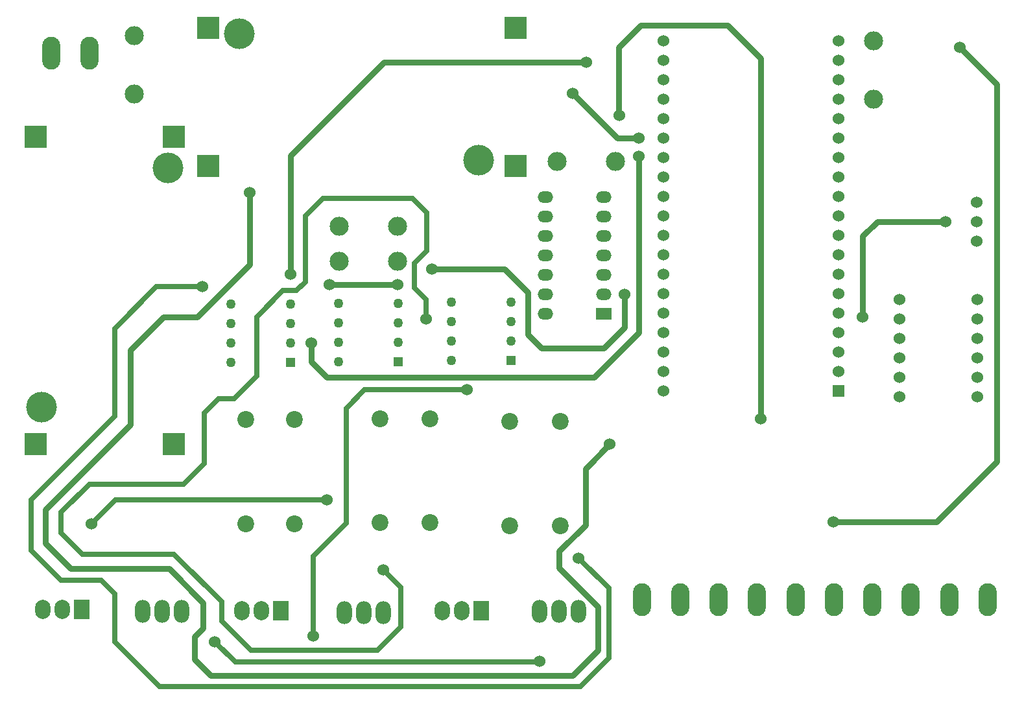
<source format=gtl>
G04 Layer: TopLayer*
G04 EasyEDA v6.5.50, 2025-04-28 15:30:03*
G04 d29e8bbd84a64c809dbd0fd1d51e9294,1edd566ed00f4b82bd531d174b10065b,10*
G04 Gerber Generator version 0.2*
G04 Scale: 100 percent, Rotated: No, Reflected: No *
G04 Dimensions in millimeters *
G04 leading zeros omitted , absolute positions ,4 integer and 5 decimal *
%FSLAX45Y45*%
%MOMM*%

%AMMACRO1*21,1,$1,$2,0,0,$3*%
%ADD10C,0.7000*%
%ADD11C,0.8000*%
%ADD12R,3.0000X3.0000*%
%ADD13O,2.3800054000000004X4.28498*%
%ADD14C,2.4892*%
%ADD15C,2.2000*%
%ADD16R,1.2670X1.2670*%
%ADD17C,1.2670*%
%ADD18O,1.9999959999999999X2.999994*%
%ADD19MACRO1,2.0015X2.4994X0.0000*%
%ADD20O,1.9999959999999999X2.4999949999999997*%
%ADD21C,1.5240*%
%ADD22R,2.0000X1.5000*%
%ADD23O,1.9999959999999999X1.499997*%
%ADD24R,1.5240X1.5240*%
%ADD25C,4.0000*%
%ADD26C,0.0155*%

%LPD*%
D10*
X3924300Y-8293100D02*
G01*
X3924300Y-7251700D01*
X4356100Y-6819900D01*
X4356100Y-5321300D01*
X4597400Y-5080000D01*
X5930900Y-5080000D01*
X2641600Y-8369300D02*
G01*
X2908300Y-8636000D01*
X6883400Y-8636000D01*
X6883400Y-8623300D01*
D11*
X8178800Y-2032000D02*
G01*
X8178800Y-4330700D01*
X7594600Y-4914900D01*
X4102100Y-4914900D01*
X3898900Y-4711700D01*
X3898900Y-4470400D01*
X11099800Y-4127500D02*
G01*
X11099800Y-3073400D01*
X11290300Y-2882900D01*
X12179300Y-2882900D01*
X12369800Y-609600D02*
G01*
X12852400Y-1092200D01*
X12852400Y-6019800D01*
X12065000Y-6807200D01*
X10718800Y-6807200D01*
X3632200Y-3568700D02*
G01*
X3632200Y-2019300D01*
X4851400Y-800100D01*
X7493000Y-800100D01*
X7315200Y-1206500D02*
G01*
X7899400Y-1790700D01*
X8178800Y-1790700D01*
X7924800Y-1498600D02*
G01*
X7912100Y-1485900D01*
X7912100Y-609600D01*
X8204200Y-317500D01*
X9334500Y-317500D01*
X9766300Y-749300D01*
X9766300Y-5461000D01*
X7988300Y-3835400D02*
G01*
X7988300Y-4267200D01*
X7721600Y-4533900D01*
X6908800Y-4533900D01*
X6731000Y-4356100D01*
X6731000Y-3810000D01*
X6426200Y-3505200D01*
X5473700Y-3505200D01*
D10*
X5397500Y-4152900D02*
G01*
X5397500Y-3898900D01*
X5245100Y-3746500D01*
X5245100Y-3429000D01*
X5410200Y-3263900D01*
X5410200Y-2768600D01*
X5219700Y-2578100D01*
X4051300Y-2578100D01*
X3822700Y-2806700D01*
X4102100Y-6515100D02*
G01*
X1346200Y-6515100D01*
X1028700Y-6832600D01*
X2476500Y-3733800D02*
G01*
X1879600Y-3733800D01*
X1333500Y-4279900D01*
X1333500Y-5422900D01*
X241300Y-6515100D01*
X241300Y-7175500D01*
X635000Y-7569200D01*
X1155700Y-7569200D01*
X1333500Y-7747000D01*
X1333500Y-8369300D01*
X1917700Y-8953500D01*
X7416800Y-8953500D01*
X7785100Y-8585200D01*
X7785100Y-7670800D01*
X7391400Y-7277100D01*
D11*
X3098800Y-2501900D02*
G01*
X3098800Y-3441700D01*
X2413000Y-4127500D01*
X1968500Y-4127500D01*
X1536700Y-4559300D01*
X1536700Y-5537200D01*
X431800Y-6642100D01*
X431800Y-7086600D01*
X762000Y-7416800D01*
X2044700Y-7416800D01*
X2489200Y-7861300D01*
X2489200Y-8191500D01*
X2374900Y-8305800D01*
X2374900Y-8597900D01*
X2590800Y-8813800D01*
X7315200Y-8813800D01*
X7645400Y-8483600D01*
X7645400Y-7912100D01*
X7137400Y-7404100D01*
X7137400Y-7188200D01*
X7480300Y-6845300D01*
X7480300Y-6108700D01*
X7797800Y-5791200D01*
X5029200Y-3708400D02*
G01*
X4140200Y-3708400D01*
D10*
X3822700Y-2806700D02*
G01*
X3822700Y-3670300D01*
X3708400Y-3784600D01*
X3530600Y-3784600D01*
X3187700Y-4127500D01*
X3187700Y-4902200D01*
X2895600Y-5194300D01*
X2692400Y-5194300D01*
X2501900Y-5384800D01*
X2501900Y-6045200D01*
X2235200Y-6311900D01*
X1003300Y-6311900D01*
X635000Y-6680200D01*
X635000Y-6946900D01*
X914400Y-7226300D01*
X2108200Y-7226300D01*
X2730500Y-7848600D01*
X2730500Y-8102600D01*
X3111500Y-8483600D01*
X4762500Y-8483600D01*
X5067300Y-8178800D01*
X5067300Y-7658100D01*
X4838700Y-7429500D01*
D12*
G01*
X2552725Y-355625D03*
G01*
X2552725Y-2159025D03*
G01*
X6565925Y-2159025D03*
G01*
X6565925Y-355625D03*
G01*
X2108200Y-1778025D03*
G01*
X304800Y-1778025D03*
G01*
X304800Y-5791225D03*
G01*
X2108200Y-5791225D03*
D13*
G01*
X1003300Y-685800D03*
G01*
X503301Y-685800D03*
G01*
X11226800Y-7823200D03*
G01*
X11726799Y-7823200D03*
G01*
X12230100Y-7823200D03*
G01*
X12730099Y-7823200D03*
G01*
X9220200Y-7823200D03*
G01*
X9720199Y-7823200D03*
G01*
X8216900Y-7823200D03*
G01*
X8716899Y-7823200D03*
G01*
X10223500Y-7823200D03*
G01*
X10723499Y-7823200D03*
D14*
G01*
X11239500Y-520700D03*
G01*
X11239500Y-1282700D03*
G01*
X7112000Y-2095500D03*
G01*
X7874000Y-2095500D03*
G01*
X5029200Y-3402584D03*
G01*
X4267200Y-3402584D03*
G01*
X5029200Y-2946400D03*
G01*
X4267200Y-2946400D03*
G01*
X1587500Y-1219200D03*
G01*
X1587500Y-457200D03*
D15*
G01*
X3048000Y-6826808D03*
G01*
X3048000Y-5466791D03*
G01*
X3683000Y-5466791D03*
G01*
X3683000Y-6826808D03*
G01*
X5448300Y-5454091D03*
G01*
X5448300Y-6814108D03*
G01*
X4800600Y-6814108D03*
G01*
X4800600Y-5454091D03*
G01*
X7150100Y-5492191D03*
G01*
X7150100Y-6852208D03*
G01*
X6489700Y-6852208D03*
G01*
X6489700Y-5492191D03*
D16*
G01*
X5038699Y-4711700D03*
D17*
G01*
X5038699Y-4457700D03*
G01*
X5038699Y-4203700D03*
G01*
X5038699Y-3949700D03*
G01*
X4257700Y-3949700D03*
G01*
X4257700Y-4203700D03*
G01*
X4257700Y-4457700D03*
G01*
X4257700Y-4711700D03*
D16*
G01*
X6511899Y-4699000D03*
D17*
G01*
X6511899Y-4445000D03*
G01*
X6511899Y-4191000D03*
G01*
X6511899Y-3937000D03*
G01*
X5730900Y-3937000D03*
G01*
X5730900Y-4191000D03*
G01*
X5730900Y-4445000D03*
G01*
X5730900Y-4699000D03*
D16*
G01*
X3628999Y-4724400D03*
D17*
G01*
X3628999Y-4470400D03*
G01*
X3628999Y-4216400D03*
G01*
X3628999Y-3962400D03*
G01*
X2848000Y-3962400D03*
G01*
X2848000Y-4216400D03*
G01*
X2848000Y-4470400D03*
G01*
X2848000Y-4724400D03*
D18*
G01*
X2209800Y-7975600D03*
G01*
X1701800Y-7975600D03*
G01*
X1955800Y-7975600D03*
G01*
X4838700Y-7988300D03*
G01*
X4330700Y-7988300D03*
G01*
X4584700Y-7988300D03*
G01*
X7391400Y-7975600D03*
G01*
X6883400Y-7975600D03*
G01*
X7137400Y-7975600D03*
D19*
G01*
X901700Y-7950200D03*
D20*
G01*
X393700Y-7950200D03*
G01*
X647700Y-7950200D03*
D19*
G01*
X3505200Y-7962900D03*
D20*
G01*
X2997200Y-7962900D03*
G01*
X3251200Y-7962900D03*
D19*
G01*
X6121400Y-7962900D03*
D20*
G01*
X5613400Y-7962900D03*
G01*
X5867400Y-7962900D03*
D21*
G01*
X12585700Y-2882900D03*
G01*
X12585700Y-3136900D03*
G01*
X12585700Y-2628900D03*
D22*
G01*
X7721600Y-4089400D03*
D23*
G01*
X7721600Y-3835400D03*
G01*
X7721600Y-3581400D03*
G01*
X7721600Y-3327400D03*
G01*
X7721600Y-3073400D03*
G01*
X7721600Y-2819400D03*
G01*
X7721600Y-2565400D03*
G01*
X6959600Y-4089400D03*
G01*
X6959600Y-3835400D03*
G01*
X6959600Y-3581400D03*
G01*
X6959600Y-3327400D03*
G01*
X6959600Y-3073400D03*
G01*
X6959600Y-2819400D03*
G01*
X6959600Y-2565400D03*
D21*
G01*
X12592050Y-3898900D03*
G01*
X12592050Y-4152900D03*
G01*
X12592050Y-4406900D03*
G01*
X12592050Y-4660900D03*
G01*
X12592050Y-4914900D03*
G01*
X12592050Y-5168900D03*
G01*
X11576050Y-5168900D03*
G01*
X11576050Y-4914900D03*
G01*
X11576050Y-4660900D03*
G01*
X11576050Y-4406900D03*
G01*
X11576050Y-4152900D03*
G01*
X11576050Y-3898900D03*
G01*
X10782300Y-520700D03*
G01*
X8496300Y-520700D03*
G01*
X10782300Y-774700D03*
G01*
X10782300Y-1028700D03*
D24*
G01*
X10782300Y-5092700D03*
D21*
G01*
X8496300Y-5092674D03*
G01*
X8496300Y-774700D03*
G01*
X8496300Y-1028700D03*
G01*
X10782300Y-4838700D03*
G01*
X10782300Y-1282700D03*
G01*
X10782300Y-1536700D03*
G01*
X10782300Y-1790700D03*
G01*
X10782300Y-2044700D03*
G01*
X10782300Y-2298700D03*
G01*
X10782300Y-2552700D03*
G01*
X10782300Y-2806700D03*
G01*
X10782300Y-3060700D03*
G01*
X10782300Y-3314700D03*
G01*
X10782300Y-3568700D03*
G01*
X10782300Y-3822700D03*
G01*
X10782300Y-4076700D03*
G01*
X10782300Y-4330700D03*
G01*
X10782300Y-4584700D03*
G01*
X8496300Y-1282700D03*
G01*
X8496300Y-1536700D03*
G01*
X8496300Y-1790700D03*
G01*
X8496300Y-2044700D03*
G01*
X8496300Y-2298700D03*
G01*
X8496300Y-2552700D03*
G01*
X8496300Y-2806700D03*
G01*
X8496300Y-3060700D03*
G01*
X8496300Y-3314700D03*
G01*
X8496300Y-3568700D03*
G01*
X8496300Y-3822700D03*
G01*
X8496300Y-4076700D03*
G01*
X8496300Y-4330700D03*
G01*
X8496300Y-4584700D03*
G01*
X8496300Y-4838700D03*
G01*
X11099800Y-4127500D03*
G01*
X12179300Y-2882900D03*
G01*
X12369800Y-609600D03*
G01*
X10718800Y-6807200D03*
G01*
X7493000Y-800100D03*
G01*
X3632200Y-3568700D03*
G01*
X8178800Y-1790700D03*
G01*
X7315200Y-1206500D03*
G01*
X7988300Y-3835400D03*
G01*
X5473700Y-3505200D03*
G01*
X7924800Y-1498600D03*
G01*
X9766300Y-5461000D03*
G01*
X8178800Y-2032000D03*
G01*
X3898900Y-4470400D03*
G01*
X5029200Y-3708400D03*
G01*
X4140200Y-3708400D03*
G01*
X4102100Y-6515100D03*
G01*
X1028700Y-6832600D03*
G01*
X3924300Y-8293100D03*
G01*
X5930900Y-5080000D03*
G01*
X2641600Y-8369300D03*
G01*
X6883400Y-8623300D03*
G01*
X5397500Y-4152900D03*
G01*
X4838700Y-7429500D03*
G01*
X2476500Y-3733800D03*
G01*
X7391400Y-7277100D03*
G01*
X3098800Y-2501900D03*
G01*
X7797800Y-5791200D03*
D25*
G01*
X2959100Y-431800D03*
G01*
X6083300Y-2082800D03*
G01*
X2032000Y-2184400D03*
G01*
X381000Y-5308600D03*
M02*

</source>
